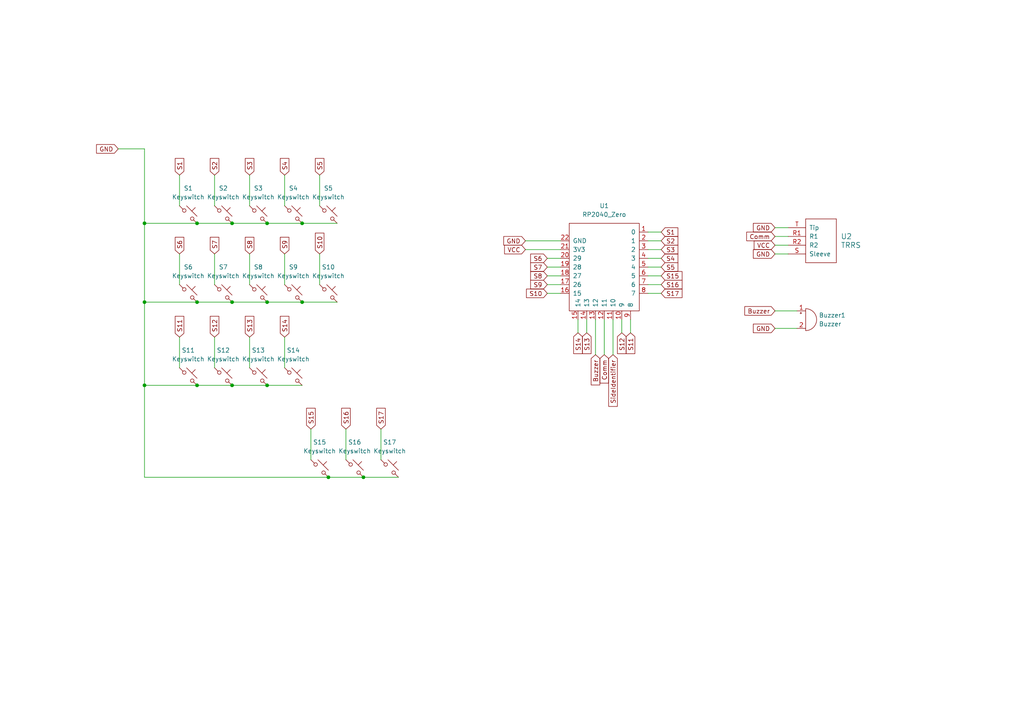
<source format=kicad_sch>
(kicad_sch (version 20231120) (generator "eeschema") (generator_version "8.0")
  (paper "A4")
  (lib_symbols
    (symbol "Device:Buzzer" (pin_names (offset 0.0254) hide)
      (property "Reference" "BZ" (at 3.81 1.27 0))
      (property "Value" "Buzzer" (at 3.81 -1.27 0))
      (symbol "Buzzer_0_1"
        (arc (start 0 -3.175) (mid 3.1612 0) (end 0 3.175))
        (polyline (pts (xy -1.651 1.905) (xy -1.143 1.905)))
        (polyline (pts (xy -1.397 2.159) (xy -1.397 1.651)))
        (polyline (pts (xy 0 3.175) (xy 0 -3.175)))
      )
      (symbol "Buzzer_1_1"
        (pin passive line (at -2.54 2.54 0) (length 2.54) (name "+") (number "1"))
        (pin passive line (at -2.54 -2.54 0) (length 2.54) (name "-") (number "2"))
      )
    )
    (symbol "chew_symbols:MCU_RP2040_Zero_reversible" (pin_names (offset 1.016))
      (property "Reference" "U1" (at 0 16.51 0))
      (property "Value" "RP2040_Zero" (at 0 13.97 0))
      (symbol "MCU_RP2040_Zero_reversible_0_1"
        (rectangle (start -10.16 11.43) (end 10.16 -13.97))
      )
      (symbol "MCU_RP2040_Zero_reversible_1_1"
        (pin bidirectional line (at 12.7 8.89 180) (length 2.54) (name "0") (number "1"))
        (pin bidirectional line (at 5.08 -16.51 90) (length 2.54) (name "9") (number "10"))
        (pin bidirectional line (at 2.54 -16.51 90) (length 2.54) (name "10") (number "11"))
        (pin bidirectional line (at 0 -16.51 90) (length 2.54) (name "11") (number "12"))
        (pin bidirectional line (at -2.54 -16.51 90) (length 2.54) (name "12") (number "13"))
        (pin bidirectional line (at -5.08 -16.51 90) (length 2.54) (name "13") (number "14"))
        (pin bidirectional line (at -7.62 -16.51 90) (length 2.54) (name "14") (number "15"))
        (pin bidirectional line (at -12.7 -8.89 0) (length 2.54) (name "15") (number "16"))
        (pin bidirectional line (at -12.7 -6.35 0) (length 2.54) (name "26") (number "17"))
        (pin bidirectional line (at -12.7 -3.81 0) (length 2.54) (name "27") (number "18"))
        (pin bidirectional line (at -12.7 -1.27 0) (length 2.54) (name "28") (number "19"))
        (pin bidirectional line (at 12.7 6.35 180) (length 2.54) (name "1") (number "2"))
        (pin bidirectional line (at -12.7 1.27 0) (length 2.54) (name "29") (number "20"))
        (pin power_out line (at -12.7 3.81 0) (length 2.54) (name "3V3") (number "21"))
        (pin power_out line (at -12.7 6.35 0) (length 2.54) (name "GND") (number "22"))
        (pin bidirectional line (at 12.7 3.81 180) (length 2.54) (name "2") (number "3"))
        (pin bidirectional line (at 12.7 1.27 180) (length 2.54) (name "3") (number "4"))
        (pin bidirectional line (at 12.7 -1.27 180) (length 2.54) (name "4") (number "5"))
        (pin bidirectional line (at 12.7 -3.81 180) (length 2.54) (name "5") (number "6"))
        (pin bidirectional line (at 12.7 -6.35 180) (length 2.54) (name "6") (number "7"))
        (pin bidirectional line (at 12.7 -8.89 180) (length 2.54) (name "7") (number "8"))
        (pin bidirectional line (at 7.62 -16.51 90) (length 2.54) (name "8") (number "9"))
      )
    )
    (symbol "chew_symbols:Placeholder_Keyswitch" (pin_numbers hide) (pin_names (offset 1.016) hide)
      (property "Reference" "S" (at 3.048 1.016 0))
      (property "Value" "Keyswitch" (at 0 -3.81 0))
      (symbol "Placeholder_Keyswitch_0_1"
        (circle (center -1.1684 1.1684) (radius 0.508))
        (polyline (pts (xy -0.508 2.54) (xy 2.54 -0.508)))
        (polyline (pts (xy 1.016 1.016) (xy 2.032 2.032)))
        (polyline (pts (xy -2.54 2.54) (xy -1.524 1.524) (xy -1.524 1.524)))
        (polyline (pts (xy 1.524 -1.524) (xy 2.54 -2.54) (xy 2.54 -2.54) (xy 2.54 -2.54)))
        (circle (center 1.143 -1.1938) (radius 0.508))
        (pin passive line (at -2.54 2.54 0) (length 0) (name "1") (number "1"))
        (pin passive line (at 2.54 -2.54 180) (length 0) (name "2") (number "2"))
      )
    )
    (symbol "chew_symbols:Placeholder_TRRS" (pin_names (offset 1.016))
      (property "Reference" "U" (at 0 15.24 0))
      (property "Value" "TRRS" (at 0 -2.54 0))
      (symbol "Placeholder_TRRS_0_1"
        (rectangle (start -3.81 0) (end -3.81 12.7))
        (rectangle (start -3.81 0) (end 5.08 0))
        (rectangle (start -3.81 12.7) (end 5.08 12.7))
        (rectangle (start 5.08 12.7) (end 5.08 0))
      )
      (symbol "Placeholder_TRRS_1_1"
        (pin input line (at -8.89 7.62 0) (length 5.08) (name "R1") (number "R1"))
        (pin input line (at -8.89 5.08 0) (length 5.08) (name "R2") (number "R2"))
        (pin input line (at -8.89 2.54 0) (length 5.08) (name "Sleeve") (number "S"))
        (pin input line (at -8.89 10.16 0) (length 5.08) (name "Tip") (number "T"))
      )
    )
  )
  (junction (at 87.63 87.63))
  (junction (at 41.91 87.63))
  (junction (at 105.41 138.43))
  (junction (at 41.91 64.77))
  (junction (at 77.47 111.76))
  (junction (at 57.15 64.77))
  (junction (at 77.47 87.63))
  (junction (at 57.15 87.63))
  (junction (at 41.91 111.76))
  (junction (at 67.31 87.63))
  (junction (at 57.15 111.76))
  (junction (at 77.47 64.77))
  (junction (at 67.31 64.77))
  (junction (at 67.31 111.76))
  (junction (at 87.63 64.77))
  (junction (at 95.25 138.43))
  (wire (pts (xy 110.49 124.46) (xy 110.49 133.35)))
  (wire (pts (xy 224.79 73.66) (xy 228.6 73.66)))
  (wire (pts (xy 191.77 77.47) (xy 187.96 77.47)))
  (wire (pts (xy 224.79 95.25) (xy 231.14 95.25)))
  (wire (pts (xy 62.23 50.8) (xy 62.23 59.69)))
  (wire (pts (xy 170.18 96.52) (xy 170.18 92.71)))
  (wire (pts (xy 87.63 87.63) (xy 97.79 87.63)))
  (wire (pts (xy 152.4 72.39) (xy 162.56 72.39)))
  (wire (pts (xy 92.71 50.8) (xy 92.71 59.69)))
  (wire (pts (xy 77.47 64.77) (xy 87.63 64.77)))
  (wire (pts (xy 82.55 97.79) (xy 82.55 106.68)))
  (wire (pts (xy 41.91 87.63) (xy 41.91 111.76)))
  (wire (pts (xy 82.55 50.8) (xy 82.55 59.69)))
  (wire (pts (xy 177.8 102.87) (xy 177.8 92.71)))
  (wire (pts (xy 67.31 87.63) (xy 77.47 87.63)))
  (wire (pts (xy 52.07 50.8) (xy 52.07 59.69)))
  (wire (pts (xy 90.17 124.46) (xy 90.17 133.35)))
  (wire (pts (xy 191.77 74.93) (xy 187.96 74.93)))
  (wire (pts (xy 105.41 138.43) (xy 95.25 138.43)))
  (wire (pts (xy 100.33 124.46) (xy 100.33 133.35)))
  (wire (pts (xy 115.57 138.43) (xy 105.41 138.43)))
  (wire (pts (xy 180.34 96.52) (xy 180.34 92.71)))
  (wire (pts (xy 191.77 85.09) (xy 187.96 85.09)))
  (wire (pts (xy 41.91 87.63) (xy 57.15 87.63)))
  (wire (pts (xy 72.39 73.66) (xy 72.39 82.55)))
  (wire (pts (xy 82.55 73.66) (xy 82.55 82.55)))
  (wire (pts (xy 87.63 64.77) (xy 97.79 64.77)))
  (wire (pts (xy 158.75 80.01) (xy 162.56 80.01)))
  (wire (pts (xy 191.77 67.31) (xy 187.96 67.31)))
  (wire (pts (xy 167.64 96.52) (xy 167.64 92.71)))
  (wire (pts (xy 62.23 73.66) (xy 62.23 82.55)))
  (wire (pts (xy 224.79 66.04) (xy 228.6 66.04)))
  (wire (pts (xy 95.25 138.43) (xy 41.91 138.43)))
  (wire (pts (xy 158.75 77.47) (xy 162.56 77.47)))
  (wire (pts (xy 191.77 69.85) (xy 187.96 69.85)))
  (wire (pts (xy 158.75 82.55) (xy 162.56 82.55)))
  (wire (pts (xy 57.15 87.63) (xy 67.31 87.63)))
  (wire (pts (xy 41.91 64.77) (xy 57.15 64.77)))
  (wire (pts (xy 67.31 111.76) (xy 77.47 111.76)))
  (wire (pts (xy 67.31 64.77) (xy 77.47 64.77)))
  (wire (pts (xy 152.4 69.85) (xy 162.56 69.85)))
  (wire (pts (xy 57.15 64.77) (xy 67.31 64.77)))
  (wire (pts (xy 34.29 43.18) (xy 41.91 43.18)))
  (wire (pts (xy 41.91 111.76) (xy 41.91 138.43)))
  (wire (pts (xy 57.15 111.76) (xy 67.31 111.76)))
  (wire (pts (xy 77.47 87.63) (xy 87.63 87.63)))
  (wire (pts (xy 224.79 68.58) (xy 228.6 68.58)))
  (wire (pts (xy 52.07 73.66) (xy 52.07 82.55)))
  (wire (pts (xy 224.79 71.12) (xy 228.6 71.12)))
  (wire (pts (xy 92.71 73.66) (xy 92.71 82.55)))
  (wire (pts (xy 52.07 97.79) (xy 52.07 106.68)))
  (wire (pts (xy 182.88 96.52) (xy 182.88 92.71)))
  (wire (pts (xy 41.91 43.18) (xy 41.91 64.77)))
  (wire (pts (xy 72.39 97.79) (xy 72.39 106.68)))
  (wire (pts (xy 191.77 80.01) (xy 187.96 80.01)))
  (wire (pts (xy 72.39 50.8) (xy 72.39 59.69)))
  (wire (pts (xy 158.75 85.09) (xy 162.56 85.09)))
  (wire (pts (xy 62.23 97.79) (xy 62.23 106.68)))
  (wire (pts (xy 41.91 64.77) (xy 41.91 87.63)))
  (wire (pts (xy 172.72 102.87) (xy 172.72 92.71)))
  (wire (pts (xy 175.26 102.87) (xy 175.26 92.71)))
  (wire (pts (xy 191.77 72.39) (xy 187.96 72.39)))
  (wire (pts (xy 41.91 111.76) (xy 57.15 111.76)))
  (wire (pts (xy 224.79 90.17) (xy 231.14 90.17)))
  (wire (pts (xy 77.47 111.76) (xy 87.63 111.76)))
  (wire (pts (xy 191.77 82.55) (xy 187.96 82.55)))
  (wire (pts (xy 158.75 74.93) (xy 162.56 74.93)))
  (global_label "Comm" (shape input) (at 175.26 102.87 270) (property "Intersheetrefs" "${INTERSHEET_REFS}" (effects (hide yes))))
  (global_label "GND" (shape input) (at 34.29 43.18 180) (property "Intersheetrefs" "${INTERSHEET_REFS}" (effects (hide yes))))
  (global_label "Buzzer" (shape input) (at 224.79 90.17 180) (property "Intersheetrefs" "${INTERSHEET_REFS}" (effects (hide yes))))
  (global_label "Comm" (shape input) (at 224.79 68.58 180) (property "Intersheetrefs" "${INTERSHEET_REFS}" (effects (hide yes))))
  (global_label "VCC" (shape input) (at 224.79 71.12 180) (property "Intersheetrefs" "${INTERSHEET_REFS}" (effects (hide yes))))
  (global_label "S16" (shape input) (at 100.33 124.46 90) (property "Intersheetrefs" "${INTERSHEET_REFS}" (effects (hide yes))))
  (global_label "S12" (shape input) (at 180.34 96.52 270) (property "Intersheetrefs" "${INTERSHEET_REFS}" (effects (hide yes))))
  (global_label "S17" (shape input) (at 110.49 124.46 90) (property "Intersheetrefs" "${INTERSHEET_REFS}" (effects (hide yes))))
  (global_label "S1" (shape input) (at 191.77 67.31 0) (property "Intersheetrefs" "${INTERSHEET_REFS}" (effects (hide yes))))
  (global_label "Buzzer" (shape input) (at 172.72 102.87 270) (property "Intersheetrefs" "${INTERSHEET_REFS}" (effects (hide yes))))
  (global_label "S11" (shape input) (at 182.88 96.52 270) (property "Intersheetrefs" "${INTERSHEET_REFS}" (effects (hide yes))))
  (global_label "S5" (shape input) (at 92.71 50.8 90) (property "Intersheetrefs" "${INTERSHEET_REFS}" (effects (hide yes))))
  (global_label "S2" (shape input) (at 62.23 50.8 90) (property "Intersheetrefs" "${INTERSHEET_REFS}" (effects (hide yes))))
  (global_label "VCC" (shape input) (at 152.4 72.39 180) (property "Intersheetrefs" "${INTERSHEET_REFS}" (effects (hide yes))))
  (global_label "S15" (shape input) (at 90.17 124.46 90) (property "Intersheetrefs" "${INTERSHEET_REFS}" (effects (hide yes))))
  (global_label "S13" (shape input) (at 170.18 96.52 270) (property "Intersheetrefs" "${INTERSHEET_REFS}" (effects (hide yes))))
  (global_label "GND" (shape input) (at 152.4 69.85 180) (property "Intersheetrefs" "${INTERSHEET_REFS}" (effects (hide yes))))
  (global_label "S2" (shape input) (at 191.77 69.85 0) (property "Intersheetrefs" "${INTERSHEET_REFS}" (effects (hide yes))))
  (global_label "S8" (shape input) (at 72.39 73.66 90) (property "Intersheetrefs" "${INTERSHEET_REFS}" (effects (hide yes))))
  (global_label "GND" (shape input) (at 224.79 66.04 180) (property "Intersheetrefs" "${INTERSHEET_REFS}" (effects (hide yes))))
  (global_label "S3" (shape input) (at 191.77 72.39 0) (property "Intersheetrefs" "${INTERSHEET_REFS}" (effects (hide yes))))
  (global_label "S6" (shape input) (at 158.75 74.93 180) (property "Intersheetrefs" "${INTERSHEET_REFS}" (effects (hide yes))))
  (global_label "S9" (shape input) (at 82.55 73.66 90) (property "Intersheetrefs" "${INTERSHEET_REFS}" (effects (hide yes))))
  (global_label "S8" (shape input) (at 158.75 80.01 180) (property "Intersheetrefs" "${INTERSHEET_REFS}" (effects (hide yes))))
  (global_label "GND" (shape input) (at 224.79 73.66 180) (property "Intersheetrefs" "${INTERSHEET_REFS}" (effects (hide yes))))
  (global_label "S11" (shape input) (at 52.07 97.79 90) (property "Intersheetrefs" "${INTERSHEET_REFS}" (effects (hide yes))))
  (global_label "S15" (shape input) (at 191.77 80.01 0) (property "Intersheetrefs" "${INTERSHEET_REFS}" (effects (hide yes))))
  (global_label "S12" (shape input) (at 62.23 97.79 90) (property "Intersheetrefs" "${INTERSHEET_REFS}" (effects (hide yes))))
  (global_label "S14" (shape input) (at 82.55 97.79 90) (property "Intersheetrefs" "${INTERSHEET_REFS}" (effects (hide yes))))
  (global_label "S10" (shape input) (at 92.71 73.66 90) (property "Intersheetrefs" "${INTERSHEET_REFS}" (effects (hide yes))))
  (global_label "GND" (shape input) (at 224.79 95.25 180) (property "Intersheetrefs" "${INTERSHEET_REFS}" (effects (hide yes))))
  (global_label "S9" (shape input) (at 158.75 82.55 180) (property "Intersheetrefs" "${INTERSHEET_REFS}" (effects (hide yes))))
  (global_label "S6" (shape input) (at 52.07 73.66 90) (property "Intersheetrefs" "${INTERSHEET_REFS}" (effects (hide yes))))
  (global_label "S3" (shape input) (at 72.39 50.8 90) (property "Intersheetrefs" "${INTERSHEET_REFS}" (effects (hide yes))))
  (global_label "S5" (shape input) (at 191.77 77.47 0) (property "Intersheetrefs" "${INTERSHEET_REFS}" (effects (hide yes))))
  (global_label "SideIdentifier" (shape input) (at 177.8 102.87 270) (property "Intersheetrefs" "${INTERSHEET_REFS}" (effects (hide yes))))
  (global_label "S7" (shape input) (at 62.23 73.66 90) (property "Intersheetrefs" "${INTERSHEET_REFS}" (effects (hide yes))))
  (global_label "S4" (shape input) (at 82.55 50.8 90) (property "Intersheetrefs" "${INTERSHEET_REFS}" (effects (hide yes))))
  (global_label "S14" (shape input) (at 167.64 96.52 270) (property "Intersheetrefs" "${INTERSHEET_REFS}" (effects (hide yes))))
  (global_label "S16" (shape input) (at 191.77 82.55 0) (property "Intersheetrefs" "${INTERSHEET_REFS}" (effects (hide yes))))
  (global_label "S4" (shape input) (at 191.77 74.93 0) (property "Intersheetrefs" "${INTERSHEET_REFS}" (effects (hide yes))))
  (global_label "S13" (shape input) (at 72.39 97.79 90) (property "Intersheetrefs" "${INTERSHEET_REFS}" (effects (hide yes))))
  (global_label "S1" (shape input) (at 52.07 50.8 90) (property "Intersheetrefs" "${INTERSHEET_REFS}" (effects (hide yes))))
  (global_label "S7" (shape input) (at 158.75 77.47 180) (property "Intersheetrefs" "${INTERSHEET_REFS}" (effects (hide yes))))
  (global_label "S17" (shape input) (at 191.77 85.09 0) (property "Intersheetrefs" "${INTERSHEET_REFS}" (effects (hide yes))))
  (global_label "S10" (shape input) (at 158.75 85.09 180) (property "Intersheetrefs" "${INTERSHEET_REFS}" (effects (hide yes))))
  (symbol (lib_id "chew_symbols:Placeholder_Keyswitch") (at 64.77 62.23 0) (unit 1)
    (property "Reference" "S2" (at 64.77 54.61 0))
    (property "Value" "Keyswitch" (at 64.77 57.15 0))
    (property "Footprint" "chew_is_so:Choc_V1_chew_reversible_2" (effects (hide yes)))
    (property "Description" "Push button switch, normally open, two pins, 45° tilted" (effects (hide yes)))
  )
  (symbol (lib_id "chew_symbols:Placeholder_Keyswitch") (at 85.09 85.09 0) (unit 1)
    (property "Reference" "S9" (at 85.09 77.47 0))
    (property "Value" "Keyswitch" (at 85.09 80.01 0))
    (property "Footprint" "chew_is_so:Choc_V1_chew_reversible_1" (effects (hide yes)))
    (property "Description" "Push button switch, normally open, two pins, 45° tilted" (effects (hide yes)))
  )
  (symbol (lib_id "chew_symbols:Placeholder_Keyswitch") (at 64.77 109.22 0) (unit 1)
    (property "Reference" "S12" (at 64.77 101.6 0))
    (property "Value" "Keyswitch" (at 64.77 104.14 0))
    (property "Footprint" "chew_is_so:Choc_V1_chew_reversible_1" (effects (hide yes)))
    (property "Description" "Push button switch, normally open, two pins, 45° tilted" (effects (hide yes)))
  )
  (symbol (lib_id "chew_symbols:Placeholder_Keyswitch") (at 85.09 62.23 0) (unit 1)
    (property "Reference" "S4" (at 85.09 54.61 0))
    (property "Value" "Keyswitch" (at 85.09 57.15 0))
    (property "Footprint" "chew_is_so:Choc_V1_chew_reversible_2" (effects (hide yes)))
    (property "Description" "Push button switch, normally open, two pins, 45° tilted" (effects (hide yes)))
  )
  (symbol (lib_id "chew_symbols:Placeholder_Keyswitch") (at 113.03 135.89 0) (unit 1)
    (property "Reference" "S17" (at 113.03 128.27 0))
    (property "Value" "Keyswitch" (at 113.03 130.81 0))
    (property "Footprint" "chew_is_so:Choc_V1_chew_reversible_1" (effects (hide yes)))
    (property "Description" "Push button switch, normally open, two pins, 45° tilted" (effects (hide yes)))
  )
  (symbol (lib_id "chew_symbols:Placeholder_Keyswitch") (at 85.09 109.22 0) (unit 1)
    (property "Reference" "S14" (at 85.09 101.6 0))
    (property "Value" "Keyswitch" (at 85.09 104.14 0))
    (property "Footprint" "chew_is_so:Choc_V1_chew_reversible_1" (effects (hide yes)))
    (property "Description" "Push button switch, normally open, two pins, 45° tilted" (effects (hide yes)))
  )
  (symbol (lib_id "chew_symbols:Placeholder_Keyswitch") (at 54.61 85.09 0) (unit 1)
    (property "Reference" "S6" (at 54.61 77.47 0))
    (property "Value" "Keyswitch" (at 54.61 80.01 0))
    (property "Footprint" "chew_is_so:Choc_V1_chew_reversible_2" (effects (hide yes)))
    (property "Description" "Push button switch, normally open, two pins, 45° tilted" (effects (hide yes)))
  )
  (symbol (lib_id "chew_symbols:Placeholder_Keyswitch") (at 64.77 85.09 0) (unit 1)
    (property "Reference" "S7" (at 64.77 77.47 0))
    (property "Value" "Keyswitch" (at 64.77 80.01 0))
    (property "Footprint" "chew_is_so:Choc_V1_chew_reversible_1" (effects (hide yes)))
    (property "Description" "Push button switch, normally open, two pins, 45° tilted" (effects (hide yes)))
  )
  (symbol (lib_id "chew_symbols:Placeholder_Keyswitch") (at 54.61 109.22 0) (unit 1)
    (property "Reference" "S11" (at 54.61 101.6 0))
    (property "Value" "Keyswitch" (at 54.61 104.14 0))
    (property "Footprint" "chew_is_so:Choc_V1_chew_reversible_1" (effects (hide yes)))
    (property "Description" "Push button switch, normally open, two pins, 45° tilted" (effects (hide yes)))
  )
  (symbol (lib_id "chew_symbols:Placeholder_Keyswitch") (at 74.93 109.22 0) (unit 1)
    (property "Reference" "S13" (at 74.93 101.6 0))
    (property "Value" "Keyswitch" (at 74.93 104.14 0))
    (property "Footprint" "chew_is_so:Choc_V1_chew_reversible_2" (effects (hide yes)))
    (property "Description" "Push button switch, normally open, two pins, 45° tilted" (effects (hide yes)))
  )
  (symbol (lib_id "chew_symbols:Placeholder_Keyswitch") (at 54.61 62.23 0) (unit 1)
    (property "Reference" "S1" (at 54.61 54.61 0))
    (property "Value" "Keyswitch" (at 54.61 57.15 0))
    (property "Footprint" "chew_is_so:Choc_V1_chew_reversible_1" (effects (hide yes)))
    (property "Description" "Push button switch, normally open, two pins, 45° tilted" (effects (hide yes)))
  )
  (symbol (lib_id "chew_symbols:Placeholder_Keyswitch") (at 102.87 135.89 0) (unit 1)
    (property "Reference" "S16" (at 102.87 128.27 0))
    (property "Value" "Keyswitch" (at 102.87 130.81 0))
    (property "Footprint" "chew_is_so:Choc_V1_chew_reversible_1" (effects (hide yes)))
    (property "Description" "Push button switch, normally open, two pins, 45° tilted" (effects (hide yes)))
  )
  (symbol (lib_id "Device:Buzzer") (at 233.68 92.71 0) (unit 1)
    (property "Reference" "Buzzer1" (at 237.49 91.4399 0) (effects (justify left)))
    (property "Value" "Buzzer" (at 237.49 93.9799 0) (effects (justify left)))
    (property "Footprint" "Buzzer_Beeper:Buzzer_Mallory_AST1109MLTRQ" (effects (hide yes)))
    (property "Description" "Buzzer, polarized" (effects (hide yes)))
  )
  (symbol (lib_id "chew_symbols:Placeholder_TRRS") (at 237.49 76.2 0) (unit 1)
    (property "Reference" "U2" (at 243.84 68.5799 0) (effects (font (size 1.524 1.524)) (justify left)))
    (property "Value" "TRRS" (at 243.84 71.1199 0) (effects (font (size 1.524 1.524)) (justify left)))
    (property "Footprint" "chew_is_so:TRRS_chew_reversible" (effects (hide yes)))
  )
  (symbol (lib_id "chew_symbols:Placeholder_Keyswitch") (at 74.93 85.09 0) (unit 1)
    (property "Reference" "S8" (at 74.93 77.47 0))
    (property "Value" "Keyswitch" (at 74.93 80.01 0))
    (property "Footprint" "chew_is_so:Choc_V1_chew_reversible_1" (effects (hide yes)))
    (property "Description" "Push button switch, normally open, two pins, 45° tilted" (effects (hide yes)))
  )
  (symbol (lib_id "chew_symbols:Placeholder_Keyswitch") (at 92.71 135.89 0) (unit 1)
    (property "Reference" "S15" (at 92.71 128.27 0))
    (property "Value" "Keyswitch" (at 92.71 130.81 0))
    (property "Footprint" "chew_is_so:Choc_V1_chew_reversible_2" (effects (hide yes)))
    (property "Description" "Push button switch, normally open, two pins, 45° tilted" (effects (hide yes)))
  )
  (symbol (lib_id "chew_symbols:MCU_RP2040_Zero_reversible") (at 175.26 76.2 0) (unit 1)
    (property "Reference" "U1" (at 175.26 59.69 0))
    (property "Value" "RP2040_Zero" (at 175.26 62.23 0))
    (property "Footprint" "chew_is_so:RP2040_Zero_chew_reversible" (effects (hide yes)))
  )
  (symbol (lib_id "chew_symbols:Placeholder_Keyswitch") (at 95.25 85.09 0) (unit 1)
    (property "Reference" "S10" (at 95.25 77.47 0))
    (property "Value" "Keyswitch" (at 95.25 80.01 0))
    (property "Footprint" "chew_is_so:Choc_V1_chew_reversible_2" (effects (hide yes)))
    (property "Description" "Push button switch, normally open, two pins, 45° tilted" (effects (hide yes)))
  )
  (symbol (lib_id "chew_symbols:Placeholder_Keyswitch") (at 95.25 62.23 0) (unit 1)
    (property "Reference" "S5" (at 95.25 54.61 0))
    (property "Value" "Keyswitch" (at 95.25 57.15 0))
    (property "Footprint" "chew_is_so:Choc_V1_chew_reversible_1" (effects (hide yes)))
    (property "Description" "Push button switch, normally open, two pins, 45° tilted" (effects (hide yes)))
  )
  (symbol (lib_id "chew_symbols:Placeholder_Keyswitch") (at 74.93 62.23 0) (unit 1)
    (property "Reference" "S3" (at 74.93 54.61 0))
    (property "Value" "Keyswitch" (at 74.93 57.15 0))
    (property "Footprint" "chew_is_so:Choc_V1_chew_reversible_1" (effects (hide yes)))
    (property "Description" "Push button switch, normally open, two pins, 45° tilted" (effects (hide yes)))
  )
)
</source>
